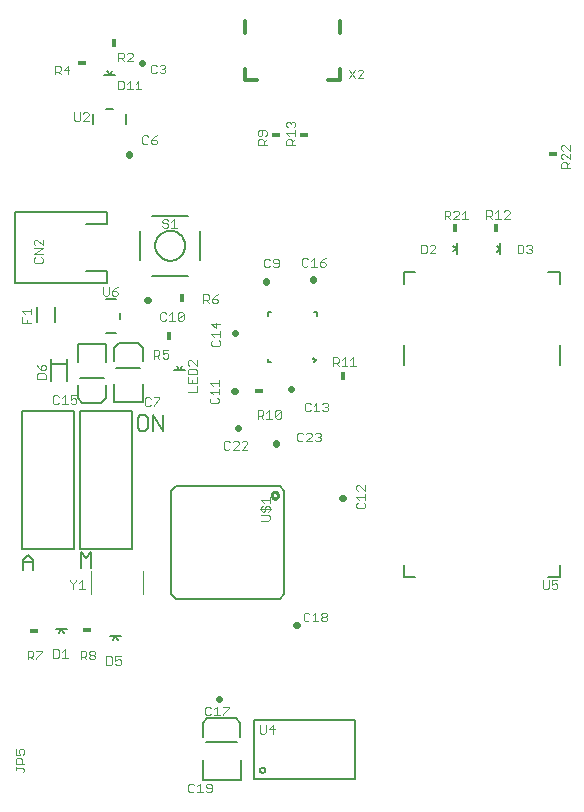
<source format=gto>
G75*
%MOIN*%
%OFA0B0*%
%FSLAX24Y24*%
%IPPOS*%
%LPD*%
%AMOC8*
5,1,8,0,0,1.08239X$1,22.5*
%
%ADD10C,0.0050*%
%ADD11C,0.0220*%
%ADD12C,0.0030*%
%ADD13R,0.0300X0.0180*%
%ADD14R,0.0180X0.0300*%
%ADD15C,0.0080*%
%ADD16C,0.0120*%
%ADD17C,0.0040*%
%ADD18C,0.0100*%
D10*
X000617Y012034D02*
X000617Y012375D01*
X000787Y012545D01*
X000957Y012375D01*
X000957Y012034D01*
X000957Y012290D02*
X000617Y012290D01*
X002546Y012113D02*
X002546Y012624D01*
X002716Y012453D01*
X002887Y012624D01*
X002887Y012113D01*
X004521Y016680D02*
X004691Y016680D01*
X004776Y016765D01*
X004776Y017105D01*
X004691Y017191D01*
X004521Y017191D01*
X004436Y017105D01*
X004436Y016765D01*
X004521Y016680D01*
X004952Y016680D02*
X004952Y017191D01*
X005292Y016680D01*
X005292Y017191D01*
X004535Y018774D02*
X003735Y018774D01*
X003315Y018434D02*
X002515Y018434D01*
X008781Y018968D02*
X008781Y019086D01*
X008781Y018968D02*
X008899Y018968D01*
X008781Y020504D02*
X008781Y020622D01*
X008899Y020622D01*
X010317Y020622D02*
X010435Y020622D01*
X010435Y020504D01*
X010284Y019094D02*
X010286Y019104D01*
X010291Y019112D01*
X010299Y019117D01*
X010309Y019119D01*
X010319Y019117D01*
X010327Y019112D01*
X010332Y019104D01*
X010334Y019094D01*
X010332Y019084D01*
X010327Y019076D01*
X010319Y019071D01*
X010309Y019069D01*
X010299Y019071D01*
X010291Y019076D01*
X010286Y019084D01*
X010284Y019094D01*
X010317Y018968D02*
X010435Y019086D01*
D11*
X009559Y018084D02*
X009559Y018060D01*
X009057Y016273D02*
X009057Y016249D01*
X007797Y016761D02*
X007797Y016785D01*
X007691Y017994D02*
X007667Y017994D01*
X007701Y019943D02*
X007677Y019943D01*
X008722Y021653D02*
X008722Y021677D01*
X010297Y021726D02*
X010297Y021702D01*
X011249Y014450D02*
X011273Y014450D01*
X009738Y010218D02*
X009714Y010218D01*
X007167Y007750D02*
X007167Y007726D01*
X004777Y021025D02*
X004753Y021025D01*
X004145Y025885D02*
X004145Y025909D01*
X004576Y028948D02*
X004600Y028948D01*
D12*
X000666Y005337D02*
X000617Y005288D01*
X000666Y005337D02*
X000666Y005385D01*
X000617Y005433D01*
X000375Y005433D01*
X000375Y005385D02*
X000375Y005482D01*
X000375Y005583D02*
X000375Y005728D01*
X000424Y005776D01*
X000521Y005776D01*
X000569Y005728D01*
X000569Y005583D01*
X000666Y005583D02*
X000375Y005583D01*
X000375Y005878D02*
X000521Y005878D01*
X000472Y005974D01*
X000472Y006023D01*
X000521Y006071D01*
X000617Y006071D01*
X000666Y006023D01*
X000666Y005926D01*
X000617Y005878D01*
X000375Y005878D02*
X000375Y006071D01*
X000769Y009057D02*
X000769Y009347D01*
X000914Y009347D01*
X000962Y009299D01*
X000962Y009202D01*
X000914Y009153D01*
X000769Y009153D01*
X000866Y009153D02*
X000962Y009057D01*
X001064Y009057D02*
X001064Y009105D01*
X001257Y009299D01*
X001257Y009347D01*
X001064Y009347D01*
X001635Y009401D02*
X001635Y009110D01*
X001780Y009110D01*
X001829Y009159D01*
X001829Y009352D01*
X001780Y009401D01*
X001635Y009401D01*
X001930Y009304D02*
X002026Y009401D01*
X002026Y009110D01*
X001930Y009110D02*
X002123Y009110D01*
X002541Y009153D02*
X002686Y009153D01*
X002734Y009202D01*
X002734Y009299D01*
X002686Y009347D01*
X002541Y009347D01*
X002541Y009057D01*
X002637Y009153D02*
X002734Y009057D01*
X002835Y009105D02*
X002835Y009153D01*
X002884Y009202D01*
X002980Y009202D01*
X003029Y009153D01*
X003029Y009105D01*
X002980Y009057D01*
X002884Y009057D01*
X002835Y009105D01*
X002884Y009202D02*
X002835Y009250D01*
X002835Y009299D01*
X002884Y009347D01*
X002980Y009347D01*
X003029Y009299D01*
X003029Y009250D01*
X002980Y009202D01*
X003399Y009161D02*
X003544Y009161D01*
X003593Y009112D01*
X003593Y008919D01*
X003544Y008870D01*
X003399Y008870D01*
X003399Y009161D01*
X003694Y009161D02*
X003694Y009016D01*
X003791Y009064D01*
X003839Y009064D01*
X003887Y009016D01*
X003887Y008919D01*
X003839Y008870D01*
X003742Y008870D01*
X003694Y008919D01*
X003694Y009161D02*
X003887Y009161D01*
X002687Y011419D02*
X002494Y011419D01*
X002590Y011419D02*
X002590Y011710D01*
X002494Y011613D01*
X002392Y011661D02*
X002392Y011710D01*
X002392Y011661D02*
X002296Y011565D01*
X002296Y011419D01*
X002296Y011565D02*
X002199Y011661D01*
X002199Y011710D01*
X002253Y017568D02*
X002204Y017617D01*
X002253Y017568D02*
X002349Y017568D01*
X002398Y017617D01*
X002398Y017713D01*
X002349Y017762D01*
X002301Y017762D01*
X002204Y017713D01*
X002204Y017858D01*
X002398Y017858D01*
X002006Y017858D02*
X002006Y017568D01*
X001910Y017568D02*
X002103Y017568D01*
X001910Y017762D02*
X002006Y017858D01*
X001808Y017810D02*
X001760Y017858D01*
X001663Y017858D01*
X001615Y017810D01*
X001615Y017617D01*
X001663Y017568D01*
X001760Y017568D01*
X001808Y017617D01*
X001376Y018399D02*
X001376Y018544D01*
X001327Y018593D01*
X001134Y018593D01*
X001086Y018544D01*
X001086Y018399D01*
X001376Y018399D01*
X001327Y018694D02*
X001376Y018742D01*
X001376Y018839D01*
X001327Y018887D01*
X001279Y018887D01*
X001231Y018839D01*
X001231Y018694D01*
X001327Y018694D01*
X001231Y018694D02*
X001134Y018791D01*
X001086Y018887D01*
X000885Y020263D02*
X000595Y020263D01*
X000595Y020457D01*
X000692Y020558D02*
X000595Y020655D01*
X000885Y020655D01*
X000885Y020558D02*
X000885Y020752D01*
X000740Y020360D02*
X000740Y020263D01*
X001034Y022271D02*
X001228Y022271D01*
X001276Y022319D01*
X001276Y022416D01*
X001228Y022464D01*
X001276Y022565D02*
X000986Y022565D01*
X001276Y022759D01*
X000986Y022759D01*
X001034Y022860D02*
X000986Y022908D01*
X000986Y023005D01*
X001034Y023053D01*
X001082Y023053D01*
X001276Y022860D01*
X001276Y023053D01*
X001034Y022464D02*
X000986Y022416D01*
X000986Y022319D01*
X001034Y022271D01*
X003289Y021472D02*
X003289Y021230D01*
X003337Y021182D01*
X003434Y021182D01*
X003482Y021230D01*
X003482Y021472D01*
X003583Y021327D02*
X003728Y021327D01*
X003777Y021278D01*
X003777Y021230D01*
X003728Y021182D01*
X003632Y021182D01*
X003583Y021230D01*
X003583Y021327D01*
X003680Y021423D01*
X003777Y021472D01*
X004974Y019372D02*
X005119Y019372D01*
X005168Y019323D01*
X005168Y019227D01*
X005119Y019178D01*
X004974Y019178D01*
X004974Y019082D02*
X004974Y019372D01*
X005071Y019178D02*
X005168Y019082D01*
X005269Y019130D02*
X005317Y019082D01*
X005414Y019082D01*
X005462Y019130D01*
X005462Y019227D01*
X005414Y019275D01*
X005366Y019275D01*
X005269Y019227D01*
X005269Y019372D01*
X005462Y019372D01*
X006118Y018997D02*
X006118Y018900D01*
X006166Y018851D01*
X006166Y018750D02*
X006118Y018702D01*
X006118Y018557D01*
X006408Y018557D01*
X006408Y018702D01*
X006360Y018750D01*
X006166Y018750D01*
X006118Y018997D02*
X006166Y019045D01*
X006215Y019045D01*
X006408Y018851D01*
X006408Y019045D01*
X006408Y018456D02*
X006408Y018262D01*
X006118Y018262D01*
X006118Y018456D01*
X006263Y018359D02*
X006263Y018262D01*
X006408Y018161D02*
X006408Y017967D01*
X006118Y017967D01*
X006852Y017984D02*
X007142Y017984D01*
X007142Y017888D02*
X007142Y018081D01*
X007142Y018182D02*
X007142Y018376D01*
X007142Y018279D02*
X006852Y018279D01*
X006949Y018182D01*
X006852Y017984D02*
X006949Y017888D01*
X006900Y017786D02*
X006852Y017738D01*
X006852Y017641D01*
X006900Y017593D01*
X007094Y017593D01*
X007142Y017641D01*
X007142Y017738D01*
X007094Y017786D01*
X007366Y016340D02*
X007317Y016292D01*
X007317Y016098D01*
X007366Y016050D01*
X007462Y016050D01*
X007511Y016098D01*
X007612Y016050D02*
X007805Y016244D01*
X007805Y016292D01*
X007757Y016340D01*
X007660Y016340D01*
X007612Y016292D01*
X007511Y016292D02*
X007462Y016340D01*
X007366Y016340D01*
X007612Y016050D02*
X007805Y016050D01*
X007907Y016050D02*
X008100Y016244D01*
X008100Y016292D01*
X008052Y016340D01*
X007955Y016340D01*
X007907Y016292D01*
X007907Y016050D02*
X008100Y016050D01*
X008439Y017084D02*
X008439Y017374D01*
X008584Y017374D01*
X008633Y017325D01*
X008633Y017229D01*
X008584Y017180D01*
X008439Y017180D01*
X008536Y017180D02*
X008633Y017084D01*
X008734Y017084D02*
X008927Y017084D01*
X008831Y017084D02*
X008831Y017374D01*
X008734Y017277D01*
X009029Y017325D02*
X009077Y017374D01*
X009174Y017374D01*
X009222Y017325D01*
X009029Y017132D01*
X009077Y017084D01*
X009174Y017084D01*
X009222Y017132D01*
X009222Y017325D01*
X009029Y017325D02*
X009029Y017132D01*
X009758Y016568D02*
X009758Y016374D01*
X009807Y016326D01*
X009903Y016326D01*
X009952Y016374D01*
X010053Y016326D02*
X010246Y016519D01*
X010246Y016568D01*
X010198Y016616D01*
X010101Y016616D01*
X010053Y016568D01*
X009952Y016568D02*
X009903Y016616D01*
X009807Y016616D01*
X009758Y016568D01*
X010053Y016326D02*
X010246Y016326D01*
X010348Y016374D02*
X010396Y016326D01*
X010493Y016326D01*
X010541Y016374D01*
X010541Y016422D01*
X010493Y016471D01*
X010444Y016471D01*
X010493Y016471D02*
X010541Y016519D01*
X010541Y016568D01*
X010493Y016616D01*
X010396Y016616D01*
X010348Y016568D01*
X010306Y017324D02*
X010499Y017324D01*
X010402Y017324D02*
X010402Y017615D01*
X010306Y017518D01*
X010205Y017566D02*
X010156Y017615D01*
X010059Y017615D01*
X010011Y017566D01*
X010011Y017373D01*
X010059Y017324D01*
X010156Y017324D01*
X010205Y017373D01*
X010600Y017373D02*
X010649Y017324D01*
X010745Y017324D01*
X010794Y017373D01*
X010794Y017421D01*
X010745Y017470D01*
X010697Y017470D01*
X010745Y017470D02*
X010794Y017518D01*
X010794Y017566D01*
X010745Y017615D01*
X010649Y017615D01*
X010600Y017566D01*
X010946Y018830D02*
X010946Y019121D01*
X011091Y019121D01*
X011140Y019072D01*
X011140Y018975D01*
X011091Y018927D01*
X010946Y018927D01*
X011043Y018927D02*
X011140Y018830D01*
X011241Y018830D02*
X011434Y018830D01*
X011338Y018830D02*
X011338Y019121D01*
X011241Y019024D01*
X011535Y019024D02*
X011632Y019121D01*
X011632Y018830D01*
X011535Y018830D02*
X011729Y018830D01*
X010657Y022147D02*
X010560Y022147D01*
X010512Y022196D01*
X010512Y022292D01*
X010657Y022292D01*
X010705Y022244D01*
X010705Y022196D01*
X010657Y022147D01*
X010512Y022292D02*
X010609Y022389D01*
X010705Y022438D01*
X010411Y022147D02*
X010217Y022147D01*
X010314Y022147D02*
X010314Y022438D01*
X010217Y022341D01*
X010116Y022389D02*
X010068Y022438D01*
X009971Y022438D01*
X009922Y022389D01*
X009922Y022196D01*
X009971Y022147D01*
X010068Y022147D01*
X010116Y022196D01*
X009143Y022171D02*
X009143Y022365D01*
X009095Y022413D01*
X008998Y022413D01*
X008950Y022365D01*
X008950Y022316D01*
X008998Y022268D01*
X009143Y022268D01*
X009143Y022171D02*
X009095Y022123D01*
X008998Y022123D01*
X008950Y022171D01*
X008849Y022171D02*
X008800Y022123D01*
X008704Y022123D01*
X008655Y022171D01*
X008655Y022365D01*
X008704Y022413D01*
X008800Y022413D01*
X008849Y022365D01*
X007116Y021222D02*
X007019Y021174D01*
X006922Y021077D01*
X007067Y021077D01*
X007116Y021029D01*
X007116Y020980D01*
X007067Y020932D01*
X006971Y020932D01*
X006922Y020980D01*
X006922Y021077D01*
X006821Y021077D02*
X006773Y021029D01*
X006628Y021029D01*
X006724Y021029D02*
X006821Y020932D01*
X006821Y021077D02*
X006821Y021174D01*
X006773Y021222D01*
X006628Y021222D01*
X006628Y020932D01*
X007046Y020285D02*
X007046Y020092D01*
X006901Y020237D01*
X007191Y020237D01*
X007191Y019990D02*
X007191Y019797D01*
X007191Y019894D02*
X006901Y019894D01*
X006998Y019797D01*
X006949Y019696D02*
X006901Y019647D01*
X006901Y019551D01*
X006949Y019502D01*
X007143Y019502D01*
X007191Y019551D01*
X007191Y019647D01*
X007143Y019696D01*
X005974Y020390D02*
X005926Y020341D01*
X005829Y020341D01*
X005781Y020390D01*
X005974Y020583D01*
X005974Y020390D01*
X005974Y020583D02*
X005926Y020632D01*
X005829Y020632D01*
X005781Y020583D01*
X005781Y020390D01*
X005679Y020341D02*
X005486Y020341D01*
X005583Y020341D02*
X005583Y020632D01*
X005486Y020535D01*
X005385Y020583D02*
X005336Y020632D01*
X005240Y020632D01*
X005191Y020583D01*
X005191Y020390D01*
X005240Y020341D01*
X005336Y020341D01*
X005385Y020390D01*
X005167Y017790D02*
X004974Y017790D01*
X004873Y017741D02*
X004824Y017790D01*
X004728Y017790D01*
X004679Y017741D01*
X004679Y017548D01*
X004728Y017499D01*
X004824Y017499D01*
X004873Y017548D01*
X004974Y017548D02*
X004974Y017499D01*
X004974Y017548D02*
X005167Y017741D01*
X005167Y017790D01*
X008557Y014371D02*
X008848Y014371D01*
X008848Y014275D02*
X008848Y014468D01*
X008654Y014275D02*
X008557Y014371D01*
X008606Y014174D02*
X008557Y014125D01*
X008557Y014028D01*
X008606Y013980D01*
X008654Y013980D01*
X008702Y014028D01*
X008702Y014125D01*
X008751Y014174D01*
X008799Y014174D01*
X008848Y014125D01*
X008848Y014028D01*
X008799Y013980D01*
X008799Y013879D02*
X008557Y013879D01*
X008557Y013685D02*
X008799Y013685D01*
X008848Y013734D01*
X008848Y013830D01*
X008799Y013879D01*
X008896Y014077D02*
X008509Y014077D01*
X010023Y010617D02*
X009975Y010569D01*
X009975Y010375D01*
X010023Y010327D01*
X010120Y010327D01*
X010168Y010375D01*
X010269Y010327D02*
X010463Y010327D01*
X010366Y010327D02*
X010366Y010617D01*
X010269Y010521D01*
X010168Y010569D02*
X010120Y010617D01*
X010023Y010617D01*
X010564Y010569D02*
X010564Y010521D01*
X010612Y010472D01*
X010709Y010472D01*
X010758Y010424D01*
X010758Y010375D01*
X010709Y010327D01*
X010612Y010327D01*
X010564Y010375D01*
X010564Y010424D01*
X010612Y010472D01*
X010709Y010472D02*
X010758Y010521D01*
X010758Y010569D01*
X010709Y010617D01*
X010612Y010617D01*
X010564Y010569D01*
X011782Y014089D02*
X011976Y014089D01*
X012024Y014137D01*
X012024Y014234D01*
X011976Y014282D01*
X012024Y014384D02*
X012024Y014577D01*
X012024Y014480D02*
X011734Y014480D01*
X011830Y014384D01*
X011782Y014282D02*
X011734Y014234D01*
X011734Y014137D01*
X011782Y014089D01*
X011782Y014678D02*
X011734Y014727D01*
X011734Y014823D01*
X011782Y014872D01*
X011830Y014872D01*
X012024Y014678D01*
X012024Y014872D01*
X007470Y007487D02*
X007470Y007439D01*
X007277Y007246D01*
X007277Y007197D01*
X007175Y007197D02*
X006982Y007197D01*
X007079Y007197D02*
X007079Y007487D01*
X006982Y007391D01*
X006881Y007439D02*
X006832Y007487D01*
X006736Y007487D01*
X006687Y007439D01*
X006687Y007246D01*
X006736Y007197D01*
X006832Y007197D01*
X006881Y007246D01*
X007277Y007487D02*
X007470Y007487D01*
X008517Y006870D02*
X008517Y006628D01*
X008565Y006580D01*
X008662Y006580D01*
X008710Y006628D01*
X008710Y006870D01*
X008811Y006725D02*
X009005Y006725D01*
X008956Y006870D02*
X008811Y006725D01*
X008956Y006580D02*
X008956Y006870D01*
X006911Y004872D02*
X006911Y004678D01*
X006863Y004630D01*
X006766Y004630D01*
X006718Y004678D01*
X006766Y004775D02*
X006718Y004823D01*
X006718Y004872D01*
X006766Y004920D01*
X006863Y004920D01*
X006911Y004872D01*
X006911Y004775D02*
X006766Y004775D01*
X006617Y004630D02*
X006423Y004630D01*
X006520Y004630D02*
X006520Y004920D01*
X006423Y004823D01*
X006322Y004872D02*
X006274Y004920D01*
X006177Y004920D01*
X006129Y004872D01*
X006129Y004678D01*
X006177Y004630D01*
X006274Y004630D01*
X006322Y004678D01*
X013879Y022593D02*
X014024Y022593D01*
X014073Y022641D01*
X014073Y022835D01*
X014024Y022883D01*
X013879Y022883D01*
X013879Y022593D01*
X014174Y022593D02*
X014367Y022786D01*
X014367Y022835D01*
X014319Y022883D01*
X014222Y022883D01*
X014174Y022835D01*
X014174Y022593D02*
X014367Y022593D01*
X014671Y023727D02*
X014671Y024017D01*
X014816Y024017D01*
X014864Y023968D01*
X014864Y023872D01*
X014816Y023823D01*
X014671Y023823D01*
X014767Y023823D02*
X014864Y023727D01*
X014965Y023727D02*
X015159Y023920D01*
X015159Y023968D01*
X015110Y024017D01*
X015014Y024017D01*
X014965Y023968D01*
X014965Y023727D02*
X015159Y023727D01*
X015260Y023727D02*
X015453Y023727D01*
X015357Y023727D02*
X015357Y024017D01*
X015260Y023920D01*
X016064Y023827D02*
X016209Y023827D01*
X016258Y023876D01*
X016258Y023972D01*
X016209Y024021D01*
X016064Y024021D01*
X016064Y023731D01*
X016161Y023827D02*
X016258Y023731D01*
X016359Y023731D02*
X016552Y023731D01*
X016456Y023731D02*
X016456Y024021D01*
X016359Y023924D01*
X016654Y023972D02*
X016702Y024021D01*
X016799Y024021D01*
X016847Y023972D01*
X016847Y023924D01*
X016654Y023731D01*
X016847Y023731D01*
X017108Y022879D02*
X017253Y022879D01*
X017301Y022831D01*
X017301Y022637D01*
X017253Y022589D01*
X017108Y022589D01*
X017108Y022879D01*
X017402Y022831D02*
X017451Y022879D01*
X017547Y022879D01*
X017596Y022831D01*
X017596Y022782D01*
X017547Y022734D01*
X017596Y022686D01*
X017596Y022637D01*
X017547Y022589D01*
X017451Y022589D01*
X017402Y022637D01*
X017499Y022734D02*
X017547Y022734D01*
X018559Y025428D02*
X018559Y025573D01*
X018607Y025621D01*
X018704Y025621D01*
X018753Y025573D01*
X018753Y025428D01*
X018753Y025524D02*
X018849Y025621D01*
X018849Y025722D02*
X018656Y025916D01*
X018607Y025916D01*
X018559Y025867D01*
X018559Y025771D01*
X018607Y025722D01*
X018607Y026017D02*
X018559Y026065D01*
X018559Y026162D01*
X018607Y026210D01*
X018656Y026210D01*
X018849Y026017D01*
X018849Y026210D01*
X018849Y025916D02*
X018849Y025722D01*
X018849Y025428D02*
X018559Y025428D01*
X011963Y028430D02*
X011770Y028430D01*
X011963Y028623D01*
X011963Y028671D01*
X011915Y028720D01*
X011818Y028720D01*
X011770Y028671D01*
X011669Y028720D02*
X011475Y028430D01*
X011669Y028430D02*
X011475Y028720D01*
X009687Y026936D02*
X009687Y026840D01*
X009638Y026791D01*
X009687Y026690D02*
X009687Y026497D01*
X009687Y026593D02*
X009396Y026593D01*
X009493Y026497D01*
X009445Y026396D02*
X009541Y026396D01*
X009590Y026347D01*
X009590Y026202D01*
X009687Y026202D02*
X009396Y026202D01*
X009396Y026347D01*
X009445Y026396D01*
X009590Y026299D02*
X009687Y026396D01*
X009445Y026791D02*
X009396Y026840D01*
X009396Y026936D01*
X009445Y026985D01*
X009493Y026985D01*
X009541Y026936D01*
X009590Y026985D01*
X009638Y026985D01*
X009687Y026936D01*
X009541Y026936D02*
X009541Y026888D01*
X008742Y026642D02*
X008742Y026545D01*
X008693Y026497D01*
X008597Y026545D02*
X008597Y026690D01*
X008693Y026690D02*
X008500Y026690D01*
X008451Y026642D01*
X008451Y026545D01*
X008500Y026497D01*
X008548Y026497D01*
X008597Y026545D01*
X008597Y026396D02*
X008645Y026347D01*
X008645Y026202D01*
X008742Y026202D02*
X008451Y026202D01*
X008451Y026347D01*
X008500Y026396D01*
X008597Y026396D01*
X008645Y026299D02*
X008742Y026396D01*
X008742Y026642D02*
X008693Y026690D01*
X005658Y023733D02*
X005658Y023443D01*
X005562Y023443D02*
X005755Y023443D01*
X005562Y023636D02*
X005658Y023733D01*
X005460Y023685D02*
X005412Y023733D01*
X005315Y023733D01*
X005267Y023685D01*
X005267Y023636D01*
X005315Y023588D01*
X005412Y023588D01*
X005460Y023540D01*
X005460Y023491D01*
X005412Y023443D01*
X005315Y023443D01*
X005267Y023491D01*
X005037Y026236D02*
X004941Y026236D01*
X004892Y026285D01*
X004892Y026382D01*
X005037Y026382D01*
X005086Y026333D01*
X005086Y026285D01*
X005037Y026236D01*
X004892Y026382D02*
X004989Y026478D01*
X005086Y026527D01*
X004791Y026478D02*
X004743Y026527D01*
X004646Y026527D01*
X004598Y026478D01*
X004598Y026285D01*
X004646Y026236D01*
X004743Y026236D01*
X004791Y026285D01*
X004564Y028057D02*
X004370Y028057D01*
X004467Y028057D02*
X004467Y028348D01*
X004370Y028251D01*
X004269Y028057D02*
X004075Y028057D01*
X004172Y028057D02*
X004172Y028348D01*
X004075Y028251D01*
X003974Y028299D02*
X003974Y028106D01*
X003926Y028057D01*
X003781Y028057D01*
X003781Y028348D01*
X003926Y028348D01*
X003974Y028299D01*
X003984Y028992D02*
X003887Y029089D01*
X003936Y029089D02*
X003791Y029089D01*
X003791Y028992D02*
X003791Y029283D01*
X003936Y029283D01*
X003984Y029234D01*
X003984Y029137D01*
X003936Y029089D01*
X004085Y028992D02*
X004279Y029186D01*
X004279Y029234D01*
X004230Y029283D01*
X004134Y029283D01*
X004085Y029234D01*
X004085Y028992D02*
X004279Y028992D01*
X004876Y028837D02*
X004876Y028643D01*
X004924Y028595D01*
X005021Y028595D01*
X005069Y028643D01*
X005170Y028643D02*
X005219Y028595D01*
X005315Y028595D01*
X005364Y028643D01*
X005364Y028692D01*
X005315Y028740D01*
X005267Y028740D01*
X005315Y028740D02*
X005364Y028788D01*
X005364Y028837D01*
X005315Y028885D01*
X005219Y028885D01*
X005170Y028837D01*
X005069Y028837D02*
X005021Y028885D01*
X004924Y028885D01*
X004876Y028837D01*
X002812Y027240D02*
X002812Y027192D01*
X002619Y026998D01*
X002812Y026998D01*
X002812Y027240D02*
X002764Y027289D01*
X002667Y027289D01*
X002619Y027240D01*
X002518Y027289D02*
X002518Y027047D01*
X002469Y026998D01*
X002372Y026998D01*
X002324Y027047D01*
X002324Y027289D01*
X002117Y028555D02*
X002117Y028846D01*
X001972Y028701D01*
X002165Y028701D01*
X001870Y028701D02*
X001822Y028652D01*
X001677Y028652D01*
X001677Y028555D02*
X001677Y028846D01*
X001822Y028846D01*
X001870Y028797D01*
X001870Y028701D01*
X001774Y028652D02*
X001870Y028555D01*
X017946Y011692D02*
X017946Y011450D01*
X017995Y011402D01*
X018092Y011402D01*
X018140Y011450D01*
X018140Y011692D01*
X018241Y011692D02*
X018241Y011547D01*
X018338Y011595D01*
X018386Y011595D01*
X018435Y011547D01*
X018435Y011450D01*
X018386Y011402D01*
X018290Y011402D01*
X018241Y011450D01*
X018241Y011692D02*
X018435Y011692D01*
D13*
X018269Y025897D03*
X010002Y026537D03*
X009057Y026537D03*
X008476Y018013D03*
X002757Y010041D03*
X000986Y010002D03*
X002570Y028948D03*
D14*
X003653Y029588D03*
X005907Y021104D03*
X005474Y019844D03*
X011281Y018515D03*
X015006Y023437D03*
X016399Y023441D03*
D15*
X016525Y022923D02*
X016525Y022742D01*
X016403Y022650D01*
X016525Y022561D02*
X016525Y022742D01*
X016519Y022752D02*
X016403Y022828D01*
X015069Y022746D02*
X014946Y022654D01*
X015069Y022565D02*
X015069Y022746D01*
X015069Y022927D01*
X014946Y022832D02*
X015062Y022756D01*
X013702Y021970D02*
X013309Y021970D01*
X013309Y021576D01*
X013309Y019529D02*
X013309Y018860D01*
X009175Y014844D02*
X009332Y014687D01*
X009332Y011222D01*
X009175Y011065D01*
X005710Y011065D01*
X005553Y011222D01*
X005553Y014687D01*
X005710Y014844D01*
X009175Y014844D01*
X006009Y018714D02*
X005828Y018714D01*
X005736Y018836D01*
X005647Y018714D02*
X005828Y018714D01*
X005838Y018720D02*
X005914Y018836D01*
X004608Y019017D02*
X004608Y019450D01*
X004450Y019608D01*
X003820Y019608D01*
X003663Y019450D01*
X003663Y019017D01*
X003387Y018978D02*
X003387Y019569D01*
X002443Y019569D01*
X002443Y018978D01*
X002069Y019057D02*
X002069Y018899D01*
X001557Y018899D01*
X001557Y018348D01*
X002069Y018348D02*
X002069Y018899D01*
X001557Y018899D02*
X001557Y019057D01*
X002443Y018191D02*
X002443Y017757D01*
X002600Y017600D01*
X003230Y017600D01*
X003387Y017757D01*
X003387Y018191D01*
X003663Y018230D02*
X003663Y017639D01*
X004608Y017639D01*
X004608Y018230D01*
X004244Y017330D02*
X002531Y017330D01*
X002531Y012752D01*
X004244Y012752D01*
X004244Y017330D01*
X003714Y019953D02*
X003376Y019953D01*
X003864Y020408D02*
X003864Y020619D01*
X003714Y021073D02*
X003376Y021073D01*
X003427Y021616D02*
X000356Y021616D01*
X000356Y023978D01*
X003427Y023978D01*
X003427Y023584D01*
X002718Y023584D01*
X002718Y022009D02*
X003427Y022009D01*
X003427Y021616D01*
X004523Y022358D02*
X004523Y023346D01*
X004917Y023846D02*
X006130Y023846D01*
X006523Y023334D02*
X006523Y022358D01*
X006130Y021846D02*
X004917Y021846D01*
X005023Y022846D02*
X005025Y022890D01*
X005031Y022934D01*
X005041Y022977D01*
X005054Y023019D01*
X005071Y023060D01*
X005092Y023099D01*
X005116Y023136D01*
X005143Y023171D01*
X005173Y023203D01*
X005206Y023233D01*
X005242Y023259D01*
X005279Y023283D01*
X005319Y023302D01*
X005360Y023319D01*
X005403Y023331D01*
X005446Y023340D01*
X005490Y023345D01*
X005534Y023346D01*
X005578Y023343D01*
X005622Y023336D01*
X005665Y023325D01*
X005707Y023311D01*
X005747Y023293D01*
X005786Y023271D01*
X005822Y023247D01*
X005856Y023219D01*
X005888Y023188D01*
X005917Y023154D01*
X005943Y023118D01*
X005965Y023080D01*
X005984Y023040D01*
X005999Y022998D01*
X006011Y022956D01*
X006019Y022912D01*
X006023Y022868D01*
X006023Y022824D01*
X006019Y022780D01*
X006011Y022736D01*
X005999Y022694D01*
X005984Y022652D01*
X005965Y022612D01*
X005943Y022574D01*
X005917Y022538D01*
X005888Y022504D01*
X005856Y022473D01*
X005822Y022445D01*
X005786Y022421D01*
X005747Y022399D01*
X005707Y022381D01*
X005665Y022367D01*
X005622Y022356D01*
X005578Y022349D01*
X005534Y022346D01*
X005490Y022347D01*
X005446Y022352D01*
X005403Y022361D01*
X005360Y022373D01*
X005319Y022390D01*
X005279Y022409D01*
X005242Y022433D01*
X005206Y022459D01*
X005173Y022489D01*
X005143Y022521D01*
X005116Y022556D01*
X005092Y022593D01*
X005071Y022632D01*
X005054Y022673D01*
X005041Y022715D01*
X005031Y022758D01*
X005025Y022802D01*
X005023Y022846D01*
X004066Y026909D02*
X004066Y027247D01*
X003611Y027397D02*
X003400Y027397D01*
X002946Y027247D02*
X002946Y026909D01*
X003324Y028537D02*
X003506Y028537D01*
X003413Y028659D01*
X003506Y028537D02*
X003687Y028537D01*
X003591Y028659D02*
X003516Y028543D01*
X001680Y020803D02*
X001680Y020303D01*
X001080Y020303D02*
X001080Y020803D01*
X000602Y017330D02*
X000602Y012752D01*
X002315Y012752D01*
X002315Y017330D01*
X000602Y017330D01*
X001710Y010069D02*
X001891Y010069D01*
X001983Y009946D01*
X002072Y010069D02*
X001891Y010069D01*
X001881Y010062D02*
X001805Y009946D01*
X003521Y009832D02*
X003702Y009832D01*
X003794Y009710D01*
X003883Y009832D02*
X003702Y009832D01*
X003692Y009826D02*
X003616Y009710D01*
X006754Y007088D02*
X006635Y006931D01*
X006635Y006458D01*
X006635Y006931D01*
X006754Y007088D02*
X007718Y007088D01*
X007856Y006931D01*
X007856Y006458D01*
X007752Y006304D02*
X006730Y006304D01*
X006635Y005710D02*
X006635Y005041D01*
X007876Y005041D01*
X007876Y005710D01*
X008328Y005080D02*
X008328Y007049D01*
X011675Y007049D01*
X011675Y005080D01*
X008328Y005080D01*
X008514Y005365D02*
X008516Y005383D01*
X008522Y005401D01*
X008531Y005417D01*
X008543Y005430D01*
X008558Y005441D01*
X008575Y005449D01*
X008593Y005453D01*
X008611Y005453D01*
X008629Y005449D01*
X008646Y005441D01*
X008661Y005430D01*
X008673Y005417D01*
X008682Y005401D01*
X008688Y005383D01*
X008690Y005365D01*
X008688Y005347D01*
X008682Y005329D01*
X008673Y005313D01*
X008661Y005300D01*
X008646Y005289D01*
X008629Y005281D01*
X008611Y005277D01*
X008593Y005277D01*
X008575Y005281D01*
X008558Y005289D01*
X008543Y005300D01*
X008531Y005313D01*
X008522Y005329D01*
X008516Y005347D01*
X008514Y005365D01*
X013309Y011813D02*
X013309Y012206D01*
X013309Y011813D02*
X013702Y011813D01*
X018112Y011813D02*
X018506Y011813D01*
X018506Y012206D01*
X018506Y018860D02*
X018506Y019529D01*
X018506Y021576D02*
X018506Y021970D01*
X018112Y021970D01*
D16*
X011183Y028358D02*
X010789Y028358D01*
X011180Y028365D02*
X011180Y028752D01*
X011183Y028752D01*
X011183Y029933D02*
X011183Y030326D01*
X008427Y028358D02*
X008033Y028358D01*
X008033Y028752D01*
X008033Y029933D02*
X008033Y030326D01*
D17*
X004608Y011990D02*
X004608Y011242D01*
X002876Y011242D02*
X002876Y011990D01*
D18*
X008906Y014529D02*
X008908Y014549D01*
X008913Y014569D01*
X008923Y014587D01*
X008935Y014604D01*
X008950Y014618D01*
X008968Y014628D01*
X008987Y014636D01*
X009007Y014640D01*
X009027Y014640D01*
X009047Y014636D01*
X009066Y014628D01*
X009084Y014618D01*
X009099Y014604D01*
X009111Y014587D01*
X009121Y014569D01*
X009126Y014549D01*
X009128Y014529D01*
X009126Y014509D01*
X009121Y014489D01*
X009111Y014471D01*
X009099Y014454D01*
X009084Y014440D01*
X009066Y014430D01*
X009047Y014422D01*
X009027Y014418D01*
X009007Y014418D01*
X008987Y014422D01*
X008968Y014430D01*
X008950Y014440D01*
X008935Y014454D01*
X008923Y014471D01*
X008913Y014489D01*
X008908Y014509D01*
X008906Y014529D01*
M02*

</source>
